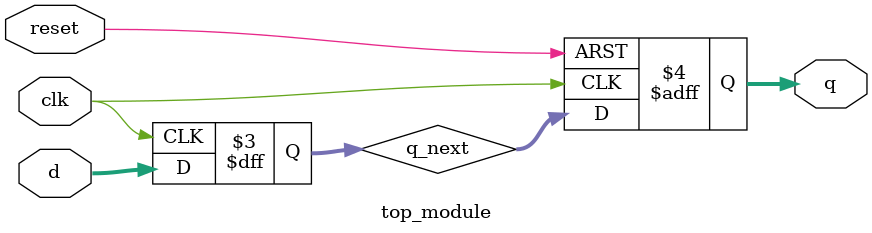
<source format=sv>
module top_module(
	input clk,
	input [7:0] d,
	input reset,
	output reg [7:0] q);

	reg [7:0] q_next;
	always @(negedge clk or posedge reset) begin
		if (reset) begin
			q <= 8'b00110100;
		end else begin
			q <= q_next;
		end
	end

	always @(negedge clk) begin
		q_next <= d;
	end

endmodule

</source>
